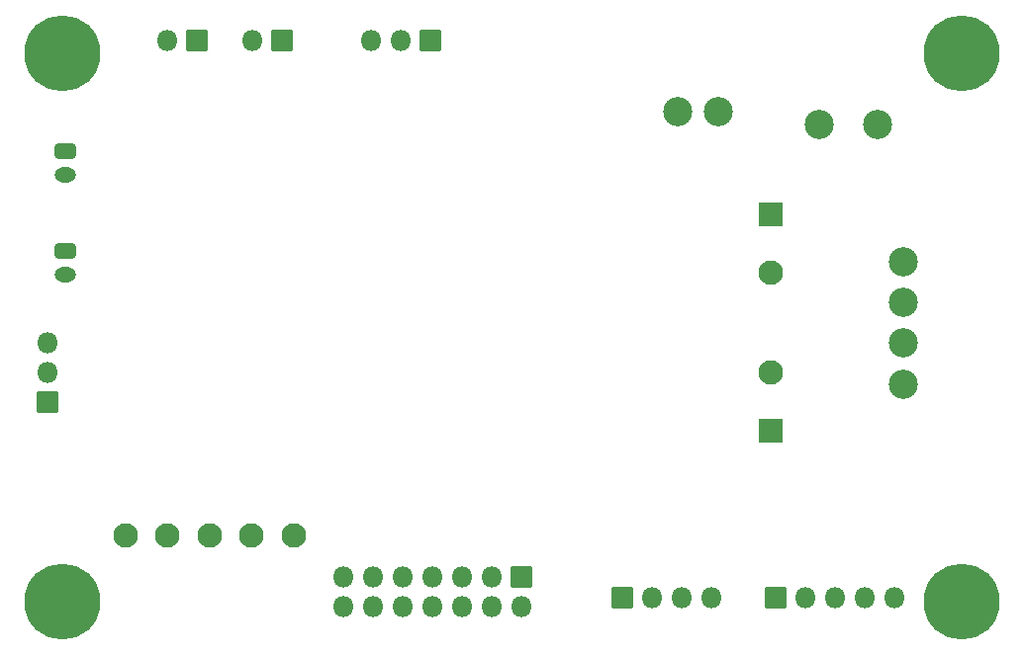
<source format=gbr>
G04 #@! TF.GenerationSoftware,KiCad,Pcbnew,(6.0.8)*
G04 #@! TF.CreationDate,2022-12-12T15:57:36+01:00*
G04 #@! TF.ProjectId,TMCM-1290-EVAL_v1.0,544d434d-2d31-4323-9930-2d4556414c5f,rev?*
G04 #@! TF.SameCoordinates,PX3c8eee0PY8eeaea0*
G04 #@! TF.FileFunction,Soldermask,Bot*
G04 #@! TF.FilePolarity,Negative*
%FSLAX46Y46*%
G04 Gerber Fmt 4.6, Leading zero omitted, Abs format (unit mm)*
G04 Created by KiCad (PCBNEW (6.0.8)) date 2022-12-12 15:57:36*
%MOMM*%
%LPD*%
G01*
G04 APERTURE LIST*
G04 Aperture macros list*
%AMRoundRect*
0 Rectangle with rounded corners*
0 $1 Rounding radius*
0 $2 $3 $4 $5 $6 $7 $8 $9 X,Y pos of 4 corners*
0 Add a 4 corners polygon primitive as box body*
4,1,4,$2,$3,$4,$5,$6,$7,$8,$9,$2,$3,0*
0 Add four circle primitives for the rounded corners*
1,1,$1+$1,$2,$3*
1,1,$1+$1,$4,$5*
1,1,$1+$1,$6,$7*
1,1,$1+$1,$8,$9*
0 Add four rect primitives between the rounded corners*
20,1,$1+$1,$2,$3,$4,$5,0*
20,1,$1+$1,$4,$5,$6,$7,0*
20,1,$1+$1,$6,$7,$8,$9,0*
20,1,$1+$1,$8,$9,$2,$3,0*%
G04 Aperture macros list end*
%ADD10C,6.500000*%
%ADD11C,2.100000*%
%ADD12RoundRect,0.050000X-0.850000X0.850000X-0.850000X-0.850000X0.850000X-0.850000X0.850000X0.850000X0*%
%ADD13O,1.800000X1.800000*%
%ADD14RoundRect,0.050000X-1.000000X1.000000X-1.000000X-1.000000X1.000000X-1.000000X1.000000X1.000000X0*%
%ADD15C,2.500000*%
%ADD16RoundRect,0.050000X0.850000X-0.850000X0.850000X0.850000X-0.850000X0.850000X-0.850000X-0.850000X0*%
%ADD17RoundRect,0.300000X-0.625000X0.350000X-0.625000X-0.350000X0.625000X-0.350000X0.625000X0.350000X0*%
%ADD18O,1.850000X1.300000*%
%ADD19RoundRect,0.050000X0.850000X0.850000X-0.850000X0.850000X-0.850000X-0.850000X0.850000X-0.850000X0*%
%ADD20RoundRect,0.050000X1.000000X-1.000000X1.000000X1.000000X-1.000000X1.000000X-1.000000X-1.000000X0*%
G04 APERTURE END LIST*
D10*
G04 #@! TO.C,H3*
X4000000Y4000000D03*
G04 #@! TD*
G04 #@! TO.C,H1*
X4000000Y51000000D03*
G04 #@! TD*
G04 #@! TO.C,H4*
X81000000Y4000000D03*
G04 #@! TD*
G04 #@! TO.C,H2*
X81000000Y51000000D03*
G04 #@! TD*
D11*
G04 #@! TO.C,TP5*
X9400000Y9650000D03*
G04 #@! TD*
D12*
G04 #@! TO.C,J1*
X22805000Y52100000D03*
D13*
X20265000Y52100000D03*
G04 #@! TD*
D14*
G04 #@! TO.C,C7*
X64600000Y37200000D03*
D11*
X64600000Y32200000D03*
G04 #@! TD*
D12*
G04 #@! TO.C,J3*
X15480000Y52100000D03*
D13*
X12940000Y52100000D03*
G04 #@! TD*
D15*
G04 #@! TO.C,U3*
X73800000Y44900000D03*
X68800000Y44900000D03*
G04 #@! TD*
D16*
G04 #@! TO.C,J8*
X51940000Y4300000D03*
D13*
X54480000Y4300000D03*
X57020000Y4300000D03*
X59560000Y4300000D03*
G04 #@! TD*
D11*
G04 #@! TO.C,TP8*
X16600000Y9650000D03*
G04 #@! TD*
D16*
G04 #@! TO.C,J9*
X65080000Y4310000D03*
D13*
X67620000Y4310000D03*
X70160000Y4310000D03*
X72700000Y4310000D03*
X75240000Y4310000D03*
G04 #@! TD*
D15*
G04 #@! TO.C,U9*
X76000000Y22650000D03*
X76000000Y26150000D03*
X76000000Y29650000D03*
X76000000Y33150000D03*
G04 #@! TD*
D17*
G04 #@! TO.C,J2*
X4220000Y42600000D03*
D18*
X4220000Y40600000D03*
G04 #@! TD*
D11*
G04 #@! TO.C,TP6*
X20200000Y9650000D03*
G04 #@! TD*
D19*
G04 #@! TO.C,J5*
X2710000Y21100000D03*
D13*
X2710000Y23640000D03*
X2710000Y26180000D03*
G04 #@! TD*
D12*
G04 #@! TO.C,J7*
X43290000Y6140000D03*
D13*
X40750000Y6140000D03*
X38210000Y6140000D03*
X35670000Y6140000D03*
X33130000Y6140000D03*
X30590000Y6140000D03*
X28050000Y6140000D03*
X43290000Y3600000D03*
X40750000Y3600000D03*
X38210000Y3600000D03*
X35670000Y3600000D03*
X33130000Y3600000D03*
X30590000Y3600000D03*
X28050000Y3600000D03*
G04 #@! TD*
D11*
G04 #@! TO.C,TP7*
X13000000Y9650000D03*
G04 #@! TD*
D20*
G04 #@! TO.C,C19*
X64600000Y18632323D03*
D11*
X64600000Y23632323D03*
G04 #@! TD*
D15*
G04 #@! TO.C,U2*
X60150000Y46000000D03*
X56650000Y46000000D03*
G04 #@! TD*
D12*
G04 #@! TO.C,J4*
X35480000Y52100000D03*
D13*
X32940000Y52100000D03*
X30400000Y52100000D03*
G04 #@! TD*
D11*
G04 #@! TO.C,TP9*
X23800000Y9650000D03*
G04 #@! TD*
D17*
G04 #@! TO.C,J6*
X4250000Y34050000D03*
D18*
X4250000Y32050000D03*
G04 #@! TD*
M02*

</source>
